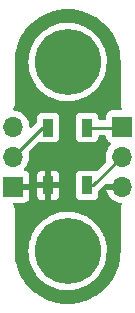
<source format=gbr>
%TF.GenerationSoftware,KiCad,Pcbnew,(6.0.9)*%
%TF.CreationDate,2023-01-02T08:45:48+01:00*%
%TF.ProjectId,WS2812B_Single_Dot,57533238-3132-4425-9f53-696e676c655f,rev?*%
%TF.SameCoordinates,Original*%
%TF.FileFunction,Copper,L1,Top*%
%TF.FilePolarity,Positive*%
%FSLAX46Y46*%
G04 Gerber Fmt 4.6, Leading zero omitted, Abs format (unit mm)*
G04 Created by KiCad (PCBNEW (6.0.9)) date 2023-01-02 08:45:48*
%MOMM*%
%LPD*%
G01*
G04 APERTURE LIST*
%TA.AperFunction,SMDPad,CuDef*%
%ADD10R,0.900000X1.500000*%
%TD*%
%TA.AperFunction,ComponentPad*%
%ADD11C,5.600000*%
%TD*%
%TA.AperFunction,ComponentPad*%
%ADD12R,1.700000X1.700000*%
%TD*%
%TA.AperFunction,ComponentPad*%
%ADD13O,1.700000X1.700000*%
%TD*%
%TA.AperFunction,Conductor*%
%ADD14C,0.250000*%
%TD*%
G04 APERTURE END LIST*
D10*
%TO.P,D1,1,VDD*%
%TO.N,+5V*%
X159750000Y-102650000D03*
%TO.P,D1,2,DOUT*%
%TO.N,DOUT*%
X163050000Y-102650000D03*
%TO.P,D1,3,VSS*%
%TO.N,GND*%
X163050000Y-97750000D03*
%TO.P,D1,4,DIN*%
%TO.N,DIN*%
X159750000Y-97750000D03*
%TD*%
D11*
%TO.P,REF\u002A\u002A,1*%
%TO.N,N/C*%
X161400000Y-92200000D03*
%TD*%
D12*
%TO.P,J1,1,Pin_1*%
%TO.N,+5V*%
X156800000Y-102740000D03*
D13*
%TO.P,J1,2,Pin_2*%
%TO.N,DIN*%
X156800000Y-100200000D03*
%TO.P,J1,3,Pin_3*%
%TO.N,GND*%
X156800000Y-97660000D03*
%TD*%
D12*
%TO.P,J2,1,Pin_1*%
%TO.N,GND*%
X166000000Y-97660000D03*
D13*
%TO.P,J2,2,Pin_2*%
%TO.N,DOUT*%
X166000000Y-100200000D03*
%TO.P,J2,3,Pin_3*%
%TO.N,+5V*%
X166000000Y-102740000D03*
%TD*%
D11*
%TO.P,REF\u002A\u002A,1*%
%TO.N,N/C*%
X161400000Y-108200000D03*
%TD*%
D14*
%TO.N,GND*%
X163050000Y-97750000D02*
X165910000Y-97750000D01*
X165910000Y-97750000D02*
X166000000Y-97660000D01*
%TO.N,DOUT*%
X163050000Y-102650000D02*
X163550000Y-102650000D01*
X163550000Y-102650000D02*
X166000000Y-100200000D01*
%TO.N,DIN*%
X159250000Y-97750000D02*
X159750000Y-97750000D01*
X156800000Y-100200000D02*
X159250000Y-97750000D01*
%TD*%
%TA.AperFunction,Conductor*%
%TO.N,+5V*%
G36*
X161808605Y-87727391D02*
G01*
X161820194Y-87728465D01*
X162219547Y-87784172D01*
X162230987Y-87786311D01*
X162623496Y-87878628D01*
X162634672Y-87881808D01*
X162825837Y-87945880D01*
X163016993Y-88009950D01*
X163027845Y-88014154D01*
X163396709Y-88177023D01*
X163407127Y-88182211D01*
X163759375Y-88378412D01*
X163769270Y-88384538D01*
X164101933Y-88612418D01*
X164111220Y-88619432D01*
X164345189Y-88813716D01*
X164421423Y-88877020D01*
X164430024Y-88884861D01*
X164715139Y-89169976D01*
X164722980Y-89178577D01*
X164980568Y-89488780D01*
X164987582Y-89498067D01*
X165215462Y-89830730D01*
X165221588Y-89840625D01*
X165417789Y-90192873D01*
X165422977Y-90203291D01*
X165585846Y-90572155D01*
X165590050Y-90583007D01*
X165718189Y-90965319D01*
X165721372Y-90976504D01*
X165795706Y-91292555D01*
X165813689Y-91369013D01*
X165815828Y-91380453D01*
X165871535Y-91779806D01*
X165872609Y-91791395D01*
X165889502Y-92156785D01*
X165888136Y-92181989D01*
X165887690Y-92184850D01*
X165887690Y-92184856D01*
X165886309Y-92193724D01*
X165887473Y-92202626D01*
X165887473Y-92202628D01*
X165888771Y-92212552D01*
X165890390Y-92224928D01*
X165890436Y-92225283D01*
X165891500Y-92241621D01*
X165891500Y-95791377D01*
X165891498Y-95792147D01*
X165891024Y-95869721D01*
X165893491Y-95878352D01*
X165899150Y-95898153D01*
X165902728Y-95914915D01*
X165906920Y-95944187D01*
X165910634Y-95952355D01*
X165910634Y-95952356D01*
X165917548Y-95967562D01*
X165923996Y-95985086D01*
X165931051Y-96009771D01*
X165935843Y-96017365D01*
X165935844Y-96017368D01*
X165946830Y-96034780D01*
X165954969Y-96049863D01*
X165967208Y-96076782D01*
X165981400Y-96093253D01*
X166010713Y-96157912D01*
X166000416Y-96228158D01*
X165953775Y-96281685D01*
X165885947Y-96301500D01*
X165101866Y-96301500D01*
X165039684Y-96308255D01*
X164903295Y-96359385D01*
X164786739Y-96446739D01*
X164699385Y-96563295D01*
X164648255Y-96699684D01*
X164641500Y-96761866D01*
X164641500Y-96990500D01*
X164621498Y-97058621D01*
X164567842Y-97105114D01*
X164515500Y-97116500D01*
X164134500Y-97116500D01*
X164066379Y-97096498D01*
X164019886Y-97042842D01*
X164008500Y-96990500D01*
X164008500Y-96951866D01*
X164001745Y-96889684D01*
X163950615Y-96753295D01*
X163863261Y-96636739D01*
X163746705Y-96549385D01*
X163610316Y-96498255D01*
X163548134Y-96491500D01*
X162551866Y-96491500D01*
X162489684Y-96498255D01*
X162353295Y-96549385D01*
X162236739Y-96636739D01*
X162149385Y-96753295D01*
X162098255Y-96889684D01*
X162091500Y-96951866D01*
X162091500Y-98548134D01*
X162098255Y-98610316D01*
X162149385Y-98746705D01*
X162236739Y-98863261D01*
X162353295Y-98950615D01*
X162489684Y-99001745D01*
X162551866Y-99008500D01*
X163548134Y-99008500D01*
X163610316Y-99001745D01*
X163746705Y-98950615D01*
X163863261Y-98863261D01*
X163950615Y-98746705D01*
X164001745Y-98610316D01*
X164008500Y-98548134D01*
X164008500Y-98509500D01*
X164028502Y-98441379D01*
X164082158Y-98394886D01*
X164134500Y-98383500D01*
X164515500Y-98383500D01*
X164583621Y-98403502D01*
X164630114Y-98457158D01*
X164641500Y-98509500D01*
X164641500Y-98558134D01*
X164648255Y-98620316D01*
X164699385Y-98756705D01*
X164786739Y-98873261D01*
X164903295Y-98960615D01*
X164911704Y-98963767D01*
X164911705Y-98963768D01*
X165020451Y-99004535D01*
X165077216Y-99047176D01*
X165101916Y-99113738D01*
X165086709Y-99183087D01*
X165067316Y-99209568D01*
X164940629Y-99342138D01*
X164814743Y-99526680D01*
X164720688Y-99729305D01*
X164660989Y-99944570D01*
X164637251Y-100166695D01*
X164637548Y-100171848D01*
X164637548Y-100171851D01*
X164643011Y-100266590D01*
X164650110Y-100389715D01*
X164651247Y-100394761D01*
X164651248Y-100394767D01*
X164683453Y-100537668D01*
X164678917Y-100608520D01*
X164649631Y-100654464D01*
X163882335Y-101421760D01*
X163820023Y-101455786D01*
X163749208Y-101450721D01*
X163747360Y-101449876D01*
X163746705Y-101449385D01*
X163610316Y-101398255D01*
X163548134Y-101391500D01*
X162551866Y-101391500D01*
X162489684Y-101398255D01*
X162353295Y-101449385D01*
X162236739Y-101536739D01*
X162149385Y-101653295D01*
X162098255Y-101789684D01*
X162091500Y-101851866D01*
X162091500Y-103448134D01*
X162098255Y-103510316D01*
X162149385Y-103646705D01*
X162236739Y-103763261D01*
X162353295Y-103850615D01*
X162489684Y-103901745D01*
X162551866Y-103908500D01*
X163548134Y-103908500D01*
X163610316Y-103901745D01*
X163746705Y-103850615D01*
X163863261Y-103763261D01*
X163950615Y-103646705D01*
X164001745Y-103510316D01*
X164008500Y-103448134D01*
X164008500Y-103139594D01*
X164028502Y-103071473D01*
X164045405Y-103050499D01*
X164572999Y-102522905D01*
X164635311Y-102488879D01*
X164662094Y-102486000D01*
X166128000Y-102486000D01*
X166196121Y-102506002D01*
X166242614Y-102559658D01*
X166254000Y-102612000D01*
X166254000Y-102868000D01*
X166233998Y-102936121D01*
X166180342Y-102982614D01*
X166128000Y-102994000D01*
X164683225Y-102994000D01*
X164669694Y-102997973D01*
X164668257Y-103007966D01*
X164698565Y-103142446D01*
X164701645Y-103152275D01*
X164781770Y-103349603D01*
X164786413Y-103358794D01*
X164897694Y-103540388D01*
X164903777Y-103548699D01*
X165043213Y-103709667D01*
X165050580Y-103716883D01*
X165214434Y-103852916D01*
X165222881Y-103858831D01*
X165406756Y-103966279D01*
X165416042Y-103970729D01*
X165615001Y-104046703D01*
X165624899Y-104049579D01*
X165833595Y-104092038D01*
X165843823Y-104093257D01*
X165892787Y-104095053D01*
X165960129Y-104117538D01*
X166004625Y-104172861D01*
X166012147Y-104243458D01*
X165982611Y-104304376D01*
X165970622Y-104317951D01*
X165964312Y-104331391D01*
X165958058Y-104344711D01*
X165949737Y-104359691D01*
X165938529Y-104376983D01*
X165938527Y-104376988D01*
X165933648Y-104384515D01*
X165931078Y-104393108D01*
X165931076Y-104393113D01*
X165926289Y-104409120D01*
X165919628Y-104426564D01*
X165912533Y-104441676D01*
X165908719Y-104449800D01*
X165907338Y-104458667D01*
X165907338Y-104458668D01*
X165904170Y-104479015D01*
X165900387Y-104495732D01*
X165894485Y-104515466D01*
X165894484Y-104515472D01*
X165891914Y-104524066D01*
X165891859Y-104533037D01*
X165891859Y-104533038D01*
X165891704Y-104558497D01*
X165891671Y-104559289D01*
X165891500Y-104560386D01*
X165891500Y-104591377D01*
X165891498Y-104592147D01*
X165891024Y-104669721D01*
X165891408Y-104671065D01*
X165891500Y-104672410D01*
X165891500Y-108150633D01*
X165890000Y-108170018D01*
X165886309Y-108193724D01*
X165887473Y-108202625D01*
X165888915Y-108213656D01*
X165889844Y-108235810D01*
X165872609Y-108608605D01*
X165871535Y-108620194D01*
X165815828Y-109019547D01*
X165813689Y-109030987D01*
X165763152Y-109245859D01*
X165721374Y-109423487D01*
X165718189Y-109434681D01*
X165590050Y-109816993D01*
X165585846Y-109827845D01*
X165422977Y-110196709D01*
X165417789Y-110207127D01*
X165221588Y-110559375D01*
X165215462Y-110569270D01*
X164987582Y-110901933D01*
X164980568Y-110911220D01*
X164722980Y-111221423D01*
X164715139Y-111230024D01*
X164430024Y-111515139D01*
X164421424Y-111522980D01*
X164293214Y-111629443D01*
X164111220Y-111780568D01*
X164101933Y-111787582D01*
X163769270Y-112015462D01*
X163759375Y-112021588D01*
X163407127Y-112217789D01*
X163396709Y-112222977D01*
X163027845Y-112385846D01*
X163016993Y-112390050D01*
X162825837Y-112454119D01*
X162634672Y-112518192D01*
X162623496Y-112521372D01*
X162242608Y-112610956D01*
X162230987Y-112613689D01*
X162219547Y-112615828D01*
X161820194Y-112671535D01*
X161808605Y-112672609D01*
X161405818Y-112691231D01*
X161394182Y-112691231D01*
X160991395Y-112672609D01*
X160979806Y-112671535D01*
X160580453Y-112615828D01*
X160569013Y-112613689D01*
X160557392Y-112610956D01*
X160176504Y-112521372D01*
X160165328Y-112518192D01*
X159974163Y-112454119D01*
X159783007Y-112390050D01*
X159772155Y-112385846D01*
X159403291Y-112222977D01*
X159392873Y-112217789D01*
X159040625Y-112021588D01*
X159030730Y-112015462D01*
X158698067Y-111787582D01*
X158688780Y-111780568D01*
X158506786Y-111629443D01*
X158378576Y-111522980D01*
X158369976Y-111515139D01*
X158084861Y-111230024D01*
X158077020Y-111221423D01*
X157819432Y-110911220D01*
X157812418Y-110901933D01*
X157584538Y-110569270D01*
X157578412Y-110559375D01*
X157382211Y-110207127D01*
X157377023Y-110196709D01*
X157214154Y-109827845D01*
X157209950Y-109816993D01*
X157081811Y-109434681D01*
X157078626Y-109423487D01*
X157036849Y-109245859D01*
X156986311Y-109030987D01*
X156984172Y-109019547D01*
X156928465Y-108620194D01*
X156927391Y-108608605D01*
X156910671Y-108246959D01*
X156912283Y-108220239D01*
X156912767Y-108217361D01*
X156912767Y-108217359D01*
X156913576Y-108212552D01*
X156913729Y-108200000D01*
X156912073Y-108188434D01*
X158086661Y-108188434D01*
X158104792Y-108546340D01*
X158105329Y-108549695D01*
X158105330Y-108549701D01*
X158110316Y-108580828D01*
X158161470Y-108900195D01*
X158256033Y-109245859D01*
X158387374Y-109579288D01*
X158553957Y-109896582D01*
X158555858Y-109899411D01*
X158555864Y-109899421D01*
X158739569Y-110172800D01*
X158753834Y-110194029D01*
X158984665Y-110468150D01*
X159243751Y-110715738D01*
X159528061Y-110933897D01*
X159560056Y-110953350D01*
X159831355Y-111118303D01*
X159831360Y-111118306D01*
X159834270Y-111120075D01*
X159837358Y-111121521D01*
X159837357Y-111121521D01*
X160155710Y-111270649D01*
X160155720Y-111270653D01*
X160158794Y-111272093D01*
X160162012Y-111273195D01*
X160162015Y-111273196D01*
X160494615Y-111387071D01*
X160494623Y-111387073D01*
X160497838Y-111388174D01*
X160847435Y-111466959D01*
X160899728Y-111472917D01*
X161200114Y-111507142D01*
X161200122Y-111507142D01*
X161203497Y-111507527D01*
X161206901Y-111507545D01*
X161206904Y-111507545D01*
X161401227Y-111508562D01*
X161561857Y-111509403D01*
X161565243Y-111509053D01*
X161565245Y-111509053D01*
X161914932Y-111472917D01*
X161914941Y-111472916D01*
X161918324Y-111472566D01*
X161921657Y-111471852D01*
X161921660Y-111471851D01*
X162094186Y-111434864D01*
X162268727Y-111397446D01*
X162608968Y-111284922D01*
X162935066Y-111136311D01*
X163029052Y-111080506D01*
X163240262Y-110955099D01*
X163240267Y-110955096D01*
X163243207Y-110953350D01*
X163529786Y-110738180D01*
X163791451Y-110493319D01*
X164025140Y-110221630D01*
X164131750Y-110066512D01*
X164226190Y-109929101D01*
X164226195Y-109929094D01*
X164228120Y-109926292D01*
X164229732Y-109923298D01*
X164229737Y-109923290D01*
X164396395Y-109613772D01*
X164398017Y-109610760D01*
X164532842Y-109278724D01*
X164543142Y-109242568D01*
X164606671Y-109019547D01*
X164631020Y-108934070D01*
X164684672Y-108620194D01*
X164690829Y-108584175D01*
X164690829Y-108584173D01*
X164691401Y-108580828D01*
X164693511Y-108546340D01*
X164711821Y-108246959D01*
X164713278Y-108223131D01*
X164713359Y-108200000D01*
X164693979Y-107842159D01*
X164636066Y-107488505D01*
X164540297Y-107143173D01*
X164537243Y-107135497D01*
X164409052Y-106813369D01*
X164407793Y-106810205D01*
X164377768Y-106753498D01*
X164241702Y-106496513D01*
X164241698Y-106496506D01*
X164240103Y-106493494D01*
X164039190Y-106196746D01*
X163807403Y-105923432D01*
X163547454Y-105676750D01*
X163262384Y-105459585D01*
X163259472Y-105457828D01*
X163259467Y-105457825D01*
X162958443Y-105276236D01*
X162958437Y-105276233D01*
X162955528Y-105274478D01*
X162630475Y-105123593D01*
X162460752Y-105066145D01*
X162294255Y-105009789D01*
X162294250Y-105009788D01*
X162291028Y-105008697D01*
X162092681Y-104964724D01*
X161944493Y-104931871D01*
X161944487Y-104931870D01*
X161941158Y-104931132D01*
X161937769Y-104930758D01*
X161937764Y-104930757D01*
X161588338Y-104892180D01*
X161588333Y-104892180D01*
X161584957Y-104891807D01*
X161581558Y-104891801D01*
X161581557Y-104891801D01*
X161412080Y-104891505D01*
X161226592Y-104891182D01*
X161113413Y-104903277D01*
X160873639Y-104928901D01*
X160873631Y-104928902D01*
X160870256Y-104929263D01*
X160520117Y-105005606D01*
X160180271Y-105119317D01*
X160177178Y-105120739D01*
X160177177Y-105120740D01*
X160170974Y-105123593D01*
X159854694Y-105269066D01*
X159547193Y-105453101D01*
X159544467Y-105455163D01*
X159544465Y-105455164D01*
X159538620Y-105459585D01*
X159261367Y-105669270D01*
X159000559Y-105915043D01*
X158767819Y-106187546D01*
X158765900Y-106190358D01*
X158765897Y-106190363D01*
X158672624Y-106327097D01*
X158565871Y-106483591D01*
X158397077Y-106799714D01*
X158263411Y-107132218D01*
X158262491Y-107135492D01*
X158262489Y-107135497D01*
X158260332Y-107143173D01*
X158166437Y-107477213D01*
X158107290Y-107830663D01*
X158086661Y-108188434D01*
X156912073Y-108188434D01*
X156909773Y-108172376D01*
X156908500Y-108154514D01*
X156908500Y-104608623D01*
X156908502Y-104607853D01*
X156908800Y-104559102D01*
X156908976Y-104530279D01*
X156900850Y-104501847D01*
X156897272Y-104485085D01*
X156894352Y-104464698D01*
X156893080Y-104455813D01*
X156882451Y-104432436D01*
X156876004Y-104414913D01*
X156871416Y-104398862D01*
X156868949Y-104390229D01*
X156864156Y-104382632D01*
X156853170Y-104365220D01*
X156845030Y-104350135D01*
X156842564Y-104344711D01*
X156832792Y-104323218D01*
X156818171Y-104306249D01*
X156788856Y-104241588D01*
X156799153Y-104171342D01*
X156845793Y-104117815D01*
X156913622Y-104098000D01*
X157694669Y-104097999D01*
X157701490Y-104097629D01*
X157752352Y-104092105D01*
X157767604Y-104088479D01*
X157888054Y-104043324D01*
X157903649Y-104034786D01*
X158005724Y-103958285D01*
X158018285Y-103945724D01*
X158094786Y-103843649D01*
X158103324Y-103828054D01*
X158148478Y-103707606D01*
X158152105Y-103692351D01*
X158157631Y-103641486D01*
X158158000Y-103634672D01*
X158158000Y-103444669D01*
X158792001Y-103444669D01*
X158792371Y-103451490D01*
X158797895Y-103502352D01*
X158801521Y-103517604D01*
X158846676Y-103638054D01*
X158855214Y-103653649D01*
X158931715Y-103755724D01*
X158944276Y-103768285D01*
X159046351Y-103844786D01*
X159061946Y-103853324D01*
X159182394Y-103898478D01*
X159197649Y-103902105D01*
X159248514Y-103907631D01*
X159255328Y-103908000D01*
X159477885Y-103908000D01*
X159493124Y-103903525D01*
X159494329Y-103902135D01*
X159496000Y-103894452D01*
X159496000Y-103889884D01*
X160004000Y-103889884D01*
X160008475Y-103905123D01*
X160009865Y-103906328D01*
X160017548Y-103907999D01*
X160244669Y-103907999D01*
X160251490Y-103907629D01*
X160302352Y-103902105D01*
X160317604Y-103898479D01*
X160438054Y-103853324D01*
X160453649Y-103844786D01*
X160555724Y-103768285D01*
X160568285Y-103755724D01*
X160644786Y-103653649D01*
X160653324Y-103638054D01*
X160698478Y-103517606D01*
X160702105Y-103502351D01*
X160707631Y-103451486D01*
X160708000Y-103444672D01*
X160708000Y-102922115D01*
X160703525Y-102906876D01*
X160702135Y-102905671D01*
X160694452Y-102904000D01*
X160022115Y-102904000D01*
X160006876Y-102908475D01*
X160005671Y-102909865D01*
X160004000Y-102917548D01*
X160004000Y-103889884D01*
X159496000Y-103889884D01*
X159496000Y-102922115D01*
X159491525Y-102906876D01*
X159490135Y-102905671D01*
X159482452Y-102904000D01*
X158810116Y-102904000D01*
X158794877Y-102908475D01*
X158793672Y-102909865D01*
X158792001Y-102917548D01*
X158792001Y-103444669D01*
X158158000Y-103444669D01*
X158158000Y-103012115D01*
X158153525Y-102996876D01*
X158152135Y-102995671D01*
X158144452Y-102994000D01*
X156672000Y-102994000D01*
X156603879Y-102973998D01*
X156557386Y-102920342D01*
X156546000Y-102868000D01*
X156546000Y-102612000D01*
X156566002Y-102543879D01*
X156619658Y-102497386D01*
X156672000Y-102486000D01*
X158139884Y-102486000D01*
X158155123Y-102481525D01*
X158156328Y-102480135D01*
X158157999Y-102472452D01*
X158157999Y-102377885D01*
X158792000Y-102377885D01*
X158796475Y-102393124D01*
X158797865Y-102394329D01*
X158805548Y-102396000D01*
X159477885Y-102396000D01*
X159493124Y-102391525D01*
X159494329Y-102390135D01*
X159496000Y-102382452D01*
X159496000Y-102377885D01*
X160004000Y-102377885D01*
X160008475Y-102393124D01*
X160009865Y-102394329D01*
X160017548Y-102396000D01*
X160689884Y-102396000D01*
X160705123Y-102391525D01*
X160706328Y-102390135D01*
X160707999Y-102382452D01*
X160707999Y-101855331D01*
X160707629Y-101848510D01*
X160702105Y-101797648D01*
X160698479Y-101782396D01*
X160653324Y-101661946D01*
X160644786Y-101646351D01*
X160568285Y-101544276D01*
X160555724Y-101531715D01*
X160453649Y-101455214D01*
X160438054Y-101446676D01*
X160317606Y-101401522D01*
X160302351Y-101397895D01*
X160251486Y-101392369D01*
X160244672Y-101392000D01*
X160022115Y-101392000D01*
X160006876Y-101396475D01*
X160005671Y-101397865D01*
X160004000Y-101405548D01*
X160004000Y-102377885D01*
X159496000Y-102377885D01*
X159496000Y-101410116D01*
X159491525Y-101394877D01*
X159490135Y-101393672D01*
X159482452Y-101392001D01*
X159255331Y-101392001D01*
X159248510Y-101392371D01*
X159197648Y-101397895D01*
X159182396Y-101401521D01*
X159061946Y-101446676D01*
X159046351Y-101455214D01*
X158944276Y-101531715D01*
X158931715Y-101544276D01*
X158855214Y-101646351D01*
X158846676Y-101661946D01*
X158801522Y-101782394D01*
X158797895Y-101797649D01*
X158792369Y-101848514D01*
X158792000Y-101855328D01*
X158792000Y-102377885D01*
X158157999Y-102377885D01*
X158157999Y-101845331D01*
X158157629Y-101838510D01*
X158152105Y-101787648D01*
X158148479Y-101772396D01*
X158103324Y-101651946D01*
X158094786Y-101636351D01*
X158018285Y-101534276D01*
X158005724Y-101521715D01*
X157903649Y-101445214D01*
X157888054Y-101436676D01*
X157777813Y-101395348D01*
X157721049Y-101352706D01*
X157696349Y-101286145D01*
X157711557Y-101216796D01*
X157733104Y-101188115D01*
X157834430Y-101087144D01*
X157834440Y-101087132D01*
X157838096Y-101083489D01*
X157968453Y-100902077D01*
X158067430Y-100701811D01*
X158132370Y-100488069D01*
X158161529Y-100266590D01*
X158163156Y-100200000D01*
X158144852Y-99977361D01*
X158116821Y-99865765D01*
X158119625Y-99794823D01*
X158149930Y-99745974D01*
X158917664Y-98978240D01*
X158979976Y-98944214D01*
X159050791Y-98949279D01*
X159052642Y-98950126D01*
X159053295Y-98950615D01*
X159055607Y-98951482D01*
X159055612Y-98951484D01*
X159134859Y-98981192D01*
X159189684Y-99001745D01*
X159251866Y-99008500D01*
X160248134Y-99008500D01*
X160310316Y-99001745D01*
X160446705Y-98950615D01*
X160563261Y-98863261D01*
X160650615Y-98746705D01*
X160701745Y-98610316D01*
X160708500Y-98548134D01*
X160708500Y-96951866D01*
X160701745Y-96889684D01*
X160650615Y-96753295D01*
X160563261Y-96636739D01*
X160446705Y-96549385D01*
X160310316Y-96498255D01*
X160248134Y-96491500D01*
X159251866Y-96491500D01*
X159189684Y-96498255D01*
X159053295Y-96549385D01*
X158936739Y-96636739D01*
X158849385Y-96753295D01*
X158798255Y-96889684D01*
X158791500Y-96951866D01*
X158791500Y-97260405D01*
X158771498Y-97328526D01*
X158754595Y-97349500D01*
X158376877Y-97727218D01*
X158314565Y-97761244D01*
X158243750Y-97756179D01*
X158186914Y-97713632D01*
X158162206Y-97648447D01*
X158145276Y-97442522D01*
X158144852Y-97437361D01*
X158090431Y-97220702D01*
X158001354Y-97015840D01*
X157919740Y-96889684D01*
X157882822Y-96832617D01*
X157882820Y-96832614D01*
X157880014Y-96828277D01*
X157729670Y-96663051D01*
X157725619Y-96659852D01*
X157725615Y-96659848D01*
X157558414Y-96527800D01*
X157558410Y-96527798D01*
X157554359Y-96524598D01*
X157358789Y-96416638D01*
X157353920Y-96414914D01*
X157353916Y-96414912D01*
X157153087Y-96343795D01*
X157153083Y-96343794D01*
X157148212Y-96342069D01*
X157143119Y-96341162D01*
X157143116Y-96341161D01*
X156933373Y-96303800D01*
X156933367Y-96303799D01*
X156928284Y-96302894D01*
X156920002Y-96302793D01*
X156912341Y-96302699D01*
X156844470Y-96281865D01*
X156798637Y-96227644D01*
X156789393Y-96157252D01*
X156819443Y-96093298D01*
X156829378Y-96082049D01*
X156841943Y-96055287D01*
X156850263Y-96040309D01*
X156861471Y-96023017D01*
X156861473Y-96023012D01*
X156866352Y-96015485D01*
X156868922Y-96006892D01*
X156868924Y-96006887D01*
X156873711Y-95990880D01*
X156880372Y-95973436D01*
X156887467Y-95958324D01*
X156887468Y-95958322D01*
X156891281Y-95950200D01*
X156895830Y-95920983D01*
X156899613Y-95904268D01*
X156905515Y-95884534D01*
X156905516Y-95884528D01*
X156908086Y-95875934D01*
X156908296Y-95841494D01*
X156908329Y-95840711D01*
X156908500Y-95839614D01*
X156908500Y-95808623D01*
X156908502Y-95807853D01*
X156908952Y-95734215D01*
X156908952Y-95734214D01*
X156908976Y-95730279D01*
X156908592Y-95728935D01*
X156908500Y-95727590D01*
X156908500Y-92253250D01*
X156910246Y-92232345D01*
X156912770Y-92217344D01*
X156912770Y-92217341D01*
X156913576Y-92212552D01*
X156913729Y-92200000D01*
X156912073Y-92188434D01*
X158086661Y-92188434D01*
X158104792Y-92546340D01*
X158105329Y-92549695D01*
X158105330Y-92549701D01*
X158110316Y-92580828D01*
X158161470Y-92900195D01*
X158256033Y-93245859D01*
X158387374Y-93579288D01*
X158553957Y-93896582D01*
X158555858Y-93899411D01*
X158555864Y-93899421D01*
X158739569Y-94172800D01*
X158753834Y-94194029D01*
X158984665Y-94468150D01*
X159243751Y-94715738D01*
X159528061Y-94933897D01*
X159560056Y-94953350D01*
X159831355Y-95118303D01*
X159831360Y-95118306D01*
X159834270Y-95120075D01*
X159837358Y-95121521D01*
X159837357Y-95121521D01*
X160155710Y-95270649D01*
X160155720Y-95270653D01*
X160158794Y-95272093D01*
X160162012Y-95273195D01*
X160162015Y-95273196D01*
X160494615Y-95387071D01*
X160494623Y-95387073D01*
X160497838Y-95388174D01*
X160847435Y-95466959D01*
X160899728Y-95472917D01*
X161200114Y-95507142D01*
X161200122Y-95507142D01*
X161203497Y-95507527D01*
X161206901Y-95507545D01*
X161206904Y-95507545D01*
X161401227Y-95508562D01*
X161561857Y-95509403D01*
X161565243Y-95509053D01*
X161565245Y-95509053D01*
X161914932Y-95472917D01*
X161914941Y-95472916D01*
X161918324Y-95472566D01*
X161921657Y-95471852D01*
X161921660Y-95471851D01*
X162094186Y-95434864D01*
X162268727Y-95397446D01*
X162608968Y-95284922D01*
X162935066Y-95136311D01*
X163029052Y-95080506D01*
X163240262Y-94955099D01*
X163240267Y-94955096D01*
X163243207Y-94953350D01*
X163529786Y-94738180D01*
X163791451Y-94493319D01*
X164025140Y-94221630D01*
X164131750Y-94066512D01*
X164226190Y-93929101D01*
X164226195Y-93929094D01*
X164228120Y-93926292D01*
X164229732Y-93923298D01*
X164229737Y-93923290D01*
X164396395Y-93613772D01*
X164398017Y-93610760D01*
X164532842Y-93278724D01*
X164543142Y-93242568D01*
X164563527Y-93171006D01*
X164631020Y-92934070D01*
X164691401Y-92580828D01*
X164693511Y-92546340D01*
X164713168Y-92224928D01*
X164713278Y-92223131D01*
X164713359Y-92200000D01*
X164693979Y-91842159D01*
X164636066Y-91488505D01*
X164540297Y-91143173D01*
X164537243Y-91135497D01*
X164409052Y-90813369D01*
X164407793Y-90810205D01*
X164281752Y-90572155D01*
X164241702Y-90496513D01*
X164241698Y-90496506D01*
X164240103Y-90493494D01*
X164039190Y-90196746D01*
X164035906Y-90192873D01*
X163859929Y-89985369D01*
X163807403Y-89923432D01*
X163547454Y-89676750D01*
X163262384Y-89459585D01*
X163259472Y-89457828D01*
X163259467Y-89457825D01*
X162958443Y-89276236D01*
X162958437Y-89276233D01*
X162955528Y-89274478D01*
X162630475Y-89123593D01*
X162460751Y-89066145D01*
X162294255Y-89009789D01*
X162294250Y-89009788D01*
X162291028Y-89008697D01*
X162092681Y-88964724D01*
X161944493Y-88931871D01*
X161944487Y-88931870D01*
X161941158Y-88931132D01*
X161937769Y-88930758D01*
X161937764Y-88930757D01*
X161588338Y-88892180D01*
X161588333Y-88892180D01*
X161584957Y-88891807D01*
X161581558Y-88891801D01*
X161581557Y-88891801D01*
X161412080Y-88891505D01*
X161226592Y-88891182D01*
X161113413Y-88903277D01*
X160873639Y-88928901D01*
X160873631Y-88928902D01*
X160870256Y-88929263D01*
X160520117Y-89005606D01*
X160180271Y-89119317D01*
X160177178Y-89120739D01*
X160177177Y-89120740D01*
X160170974Y-89123593D01*
X159854694Y-89269066D01*
X159547193Y-89453101D01*
X159544467Y-89455163D01*
X159544465Y-89455164D01*
X159538620Y-89459585D01*
X159261367Y-89669270D01*
X159000559Y-89915043D01*
X158767819Y-90187546D01*
X158765900Y-90190358D01*
X158765897Y-90190363D01*
X158672624Y-90327097D01*
X158565871Y-90483591D01*
X158397077Y-90799714D01*
X158263411Y-91132218D01*
X158262491Y-91135492D01*
X158262489Y-91135497D01*
X158196851Y-91369013D01*
X158166437Y-91477213D01*
X158165875Y-91480570D01*
X158165875Y-91480571D01*
X158115801Y-91779806D01*
X158107290Y-91830663D01*
X158086661Y-92188434D01*
X156912073Y-92188434D01*
X156911464Y-92184183D01*
X156910326Y-92160508D01*
X156927391Y-91791395D01*
X156928465Y-91779806D01*
X156984172Y-91380453D01*
X156986311Y-91369013D01*
X157004294Y-91292555D01*
X157078628Y-90976504D01*
X157081811Y-90965319D01*
X157209950Y-90583007D01*
X157214154Y-90572155D01*
X157377023Y-90203291D01*
X157382211Y-90192873D01*
X157578412Y-89840625D01*
X157584538Y-89830730D01*
X157812418Y-89498067D01*
X157819432Y-89488780D01*
X158077020Y-89178577D01*
X158084861Y-89169976D01*
X158369976Y-88884861D01*
X158378577Y-88877020D01*
X158454812Y-88813716D01*
X158688780Y-88619432D01*
X158698067Y-88612418D01*
X159030730Y-88384538D01*
X159040625Y-88378412D01*
X159392873Y-88182211D01*
X159403291Y-88177023D01*
X159772155Y-88014154D01*
X159783007Y-88009950D01*
X159974163Y-87945880D01*
X160165328Y-87881808D01*
X160176504Y-87878628D01*
X160569013Y-87786311D01*
X160580453Y-87784172D01*
X160979806Y-87728465D01*
X160991395Y-87727391D01*
X161394182Y-87708769D01*
X161405818Y-87708769D01*
X161808605Y-87727391D01*
G37*
%TD.AperFunction*%
%TD*%
M02*

</source>
